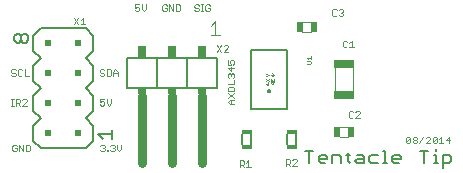
<source format=gto>
G75*
%MOIN*%
%OFA0B0*%
%FSLAX24Y24*%
%IPPOS*%
%LPD*%
%AMOC8*
5,1,8,0,0,1.08239X$1,22.5*
%
%ADD10C,0.0020*%
%ADD11C,0.0080*%
%ADD12C,0.0040*%
%ADD13R,0.0197X0.0374*%
%ADD14R,0.0669X0.0295*%
%ADD15C,0.0060*%
%ADD16C,0.0300*%
%ADD17R,0.0300X0.0200*%
%ADD18R,0.0300X0.0400*%
%ADD19R,0.0340X0.0160*%
%ADD20C,0.0050*%
%ADD21C,0.0010*%
%ADD22R,0.0200X0.0200*%
D10*
X003417Y001107D02*
X003454Y001071D01*
X003527Y001071D01*
X003564Y001107D01*
X003564Y001181D01*
X003490Y001181D01*
X003417Y001254D02*
X003417Y001107D01*
X003638Y001071D02*
X003638Y001291D01*
X003785Y001071D01*
X003785Y001291D01*
X003859Y001291D02*
X003969Y001291D01*
X004006Y001254D01*
X004006Y001107D01*
X003969Y001071D01*
X003859Y001071D01*
X003859Y001291D01*
X003564Y001254D02*
X003527Y001291D01*
X003454Y001291D01*
X003417Y001254D01*
X006348Y001254D02*
X006385Y001291D01*
X006458Y001291D01*
X006495Y001254D01*
X006495Y001217D01*
X006458Y001181D01*
X006495Y001144D01*
X006495Y001107D01*
X006458Y001071D01*
X006385Y001071D01*
X006348Y001107D01*
X006422Y001181D02*
X006458Y001181D01*
X006569Y001107D02*
X006606Y001107D01*
X006606Y001071D01*
X006569Y001071D01*
X006569Y001107D01*
X006680Y001107D02*
X006716Y001071D01*
X006790Y001071D01*
X006826Y001107D01*
X006826Y001144D01*
X006790Y001181D01*
X006753Y001181D01*
X006790Y001181D02*
X006826Y001217D01*
X006826Y001254D01*
X006790Y001291D01*
X006716Y001291D01*
X006680Y001254D01*
X006901Y001291D02*
X006901Y001144D01*
X006974Y001071D01*
X007047Y001144D01*
X007047Y001291D01*
X006627Y002592D02*
X006700Y002666D01*
X006700Y002812D01*
X006553Y002812D02*
X006553Y002666D01*
X006627Y002592D01*
X006479Y002629D02*
X006442Y002592D01*
X006369Y002592D01*
X006332Y002629D01*
X006332Y002702D02*
X006406Y002739D01*
X006442Y002739D01*
X006479Y002702D01*
X006479Y002629D01*
X006332Y002702D02*
X006332Y002812D01*
X006479Y002812D01*
X006442Y003576D02*
X006369Y003576D01*
X006332Y003613D01*
X006369Y003576D01*
X006442Y003576D01*
X006479Y003613D01*
X006479Y003650D01*
X006442Y003687D01*
X006369Y003687D01*
X006332Y003723D01*
X006332Y003760D01*
X006369Y003797D01*
X006442Y003797D01*
X006479Y003760D01*
X006442Y003797D01*
X006369Y003797D01*
X006332Y003760D01*
X006332Y003723D01*
X006369Y003687D01*
X006442Y003687D01*
X006479Y003650D01*
X006479Y003613D01*
X006442Y003576D01*
X006553Y003576D02*
X006663Y003576D01*
X006700Y003613D01*
X006700Y003760D01*
X006663Y003797D01*
X006553Y003797D01*
X006553Y003576D01*
X006663Y003576D01*
X006700Y003613D01*
X006700Y003760D01*
X006663Y003797D01*
X006553Y003797D01*
X006553Y003576D01*
X006774Y003576D02*
X006774Y003723D01*
X006848Y003797D01*
X006921Y003723D01*
X006921Y003576D01*
X006921Y003723D01*
X006848Y003797D01*
X006774Y003723D01*
X006774Y003576D01*
X006774Y003687D02*
X006921Y003687D01*
X006774Y003687D01*
X003968Y003576D02*
X003822Y003576D01*
X003822Y003797D01*
X003747Y003760D02*
X003711Y003797D01*
X003637Y003797D01*
X003601Y003760D01*
X003601Y003613D01*
X003637Y003576D01*
X003711Y003576D01*
X003747Y003613D01*
X003526Y003613D02*
X003490Y003576D01*
X003416Y003576D01*
X003380Y003613D01*
X003416Y003687D02*
X003490Y003687D01*
X003526Y003650D01*
X003526Y003613D01*
X003416Y003687D02*
X003380Y003723D01*
X003380Y003760D01*
X003416Y003797D01*
X003490Y003797D01*
X003526Y003760D01*
X003527Y002812D02*
X003637Y002812D01*
X003674Y002776D01*
X003674Y002702D01*
X003637Y002666D01*
X003527Y002666D01*
X003600Y002666D02*
X003674Y002592D01*
X003748Y002592D02*
X003895Y002739D01*
X003895Y002776D01*
X003858Y002812D01*
X003785Y002812D01*
X003748Y002776D01*
X003527Y002812D02*
X003527Y002592D01*
X003453Y002592D02*
X003380Y002592D01*
X003416Y002592D02*
X003416Y002812D01*
X003380Y002812D02*
X003453Y002812D01*
X003748Y002592D02*
X003895Y002592D01*
X010233Y004380D02*
X010380Y004600D01*
X010454Y004563D02*
X010491Y004600D01*
X010564Y004600D01*
X010601Y004563D01*
X010601Y004527D01*
X010454Y004380D01*
X010601Y004380D01*
X010380Y004380D02*
X010233Y004600D01*
X010590Y004103D02*
X010590Y003956D01*
X010700Y003956D01*
X010663Y004029D01*
X010663Y004066D01*
X010700Y004103D01*
X010773Y004103D01*
X010810Y004066D01*
X010810Y003993D01*
X010773Y003956D01*
X010700Y003882D02*
X010700Y003735D01*
X010590Y003845D01*
X010810Y003845D01*
X010773Y003661D02*
X010810Y003624D01*
X010810Y003551D01*
X010773Y003514D01*
X010810Y003440D02*
X010810Y003293D01*
X010590Y003293D01*
X010627Y003219D02*
X010590Y003182D01*
X010590Y003072D01*
X010810Y003072D01*
X010810Y003182D01*
X010773Y003219D01*
X010627Y003219D01*
X010590Y002998D02*
X010810Y002851D01*
X010810Y002777D02*
X010663Y002777D01*
X010590Y002703D01*
X010663Y002630D01*
X010810Y002630D01*
X010700Y002630D02*
X010700Y002777D01*
X010590Y002851D02*
X010810Y002998D01*
X011870Y003320D02*
X011920Y003270D01*
X011970Y003320D01*
X011920Y003370D02*
X011920Y003270D01*
X012060Y003370D02*
X012062Y003375D01*
X012066Y003379D01*
X012071Y003380D01*
X012077Y003378D01*
X012080Y003373D01*
X012080Y003367D01*
X012077Y003362D01*
X012071Y003360D01*
X012066Y003361D01*
X012062Y003365D01*
X012060Y003370D01*
X012020Y003370D02*
X012022Y003383D01*
X012027Y003396D01*
X012036Y003407D01*
X012047Y003414D01*
X012060Y003419D01*
X012073Y003420D01*
X012087Y003417D01*
X012099Y003411D01*
X012109Y003402D01*
X012116Y003390D01*
X012120Y003377D01*
X012120Y003363D01*
X012116Y003350D01*
X012109Y003338D01*
X012099Y003329D01*
X012087Y003323D01*
X012073Y003320D01*
X012060Y003321D01*
X012047Y003326D01*
X012036Y003333D01*
X012027Y003344D01*
X012022Y003357D01*
X012020Y003370D01*
X012030Y003420D02*
X012030Y003486D01*
X012047Y003486D01*
X012113Y003420D01*
X012130Y003420D01*
X012130Y003486D01*
X012070Y003570D02*
X012120Y003620D01*
X012070Y003670D01*
X012020Y003620D02*
X012120Y003620D01*
X011980Y003603D02*
X011930Y003603D01*
X011897Y003636D01*
X011880Y003636D01*
X011930Y003603D02*
X011897Y003570D01*
X011880Y003570D01*
X011880Y003486D02*
X011980Y003420D01*
X011980Y003486D02*
X011880Y003420D01*
X010773Y003661D02*
X010737Y003661D01*
X010700Y003624D01*
X010700Y003587D01*
X010700Y003624D02*
X010663Y003661D01*
X010627Y003661D01*
X010590Y003624D01*
X010590Y003551D01*
X010627Y003514D01*
X014430Y004567D02*
X014467Y004530D01*
X014540Y004530D01*
X014577Y004567D01*
X014651Y004530D02*
X014798Y004530D01*
X014724Y004530D02*
X014724Y004750D01*
X014651Y004677D01*
X014577Y004713D02*
X014540Y004750D01*
X014467Y004750D01*
X014430Y004713D01*
X014430Y004567D01*
X014411Y005580D02*
X014338Y005580D01*
X014301Y005617D01*
X014227Y005617D02*
X014190Y005580D01*
X014117Y005580D01*
X014080Y005617D01*
X014080Y005763D01*
X014117Y005800D01*
X014190Y005800D01*
X014227Y005763D01*
X014301Y005763D02*
X014338Y005800D01*
X014411Y005800D01*
X014448Y005763D01*
X014448Y005727D01*
X014411Y005690D01*
X014448Y005653D01*
X014448Y005617D01*
X014411Y005580D01*
X014411Y005690D02*
X014374Y005690D01*
X009997Y005779D02*
X009997Y005852D01*
X009924Y005852D01*
X009997Y005779D02*
X009960Y005742D01*
X009887Y005742D01*
X009850Y005779D01*
X009850Y005925D01*
X009887Y005962D01*
X009960Y005962D01*
X009997Y005925D01*
X009776Y005962D02*
X009703Y005962D01*
X009740Y005962D02*
X009740Y005742D01*
X009776Y005742D02*
X009703Y005742D01*
X009629Y005779D02*
X009592Y005742D01*
X009519Y005742D01*
X009482Y005779D01*
X009519Y005852D02*
X009592Y005852D01*
X009629Y005815D01*
X009629Y005779D01*
X009519Y005852D02*
X009482Y005889D01*
X009482Y005925D01*
X009519Y005962D01*
X009592Y005962D01*
X009629Y005925D01*
X009005Y005925D02*
X009005Y005779D01*
X008969Y005742D01*
X008859Y005742D01*
X008859Y005962D01*
X008969Y005962D01*
X009005Y005925D01*
X008784Y005962D02*
X008784Y005742D01*
X008638Y005962D01*
X008638Y005742D01*
X008563Y005779D02*
X008563Y005852D01*
X008490Y005852D01*
X008417Y005925D02*
X008417Y005779D01*
X008453Y005742D01*
X008527Y005742D01*
X008563Y005779D01*
X008563Y005925D02*
X008527Y005962D01*
X008453Y005962D01*
X008417Y005925D01*
X007865Y005962D02*
X007865Y005815D01*
X007792Y005742D01*
X007719Y005815D01*
X007719Y005962D01*
X007645Y005962D02*
X007498Y005962D01*
X007498Y005852D01*
X007571Y005889D01*
X007608Y005889D01*
X007645Y005852D01*
X007645Y005779D01*
X007608Y005742D01*
X007534Y005742D01*
X007498Y005779D01*
X005839Y005298D02*
X005692Y005298D01*
X005765Y005298D02*
X005765Y005518D01*
X005692Y005445D01*
X005618Y005518D02*
X005471Y005298D01*
X005618Y005298D02*
X005471Y005518D01*
X014630Y002363D02*
X014630Y002217D01*
X014667Y002180D01*
X014740Y002180D01*
X014777Y002217D01*
X014851Y002180D02*
X014998Y002327D01*
X014998Y002363D01*
X014961Y002400D01*
X014888Y002400D01*
X014851Y002363D01*
X014777Y002363D02*
X014740Y002400D01*
X014667Y002400D01*
X014630Y002363D01*
X014851Y002180D02*
X014998Y002180D01*
X012898Y000763D02*
X012861Y000800D01*
X012788Y000800D01*
X012751Y000763D01*
X012677Y000763D02*
X012677Y000690D01*
X012640Y000653D01*
X012530Y000653D01*
X012530Y000580D02*
X012530Y000800D01*
X012640Y000800D01*
X012677Y000763D01*
X012603Y000653D02*
X012677Y000580D01*
X012751Y000580D02*
X012898Y000727D01*
X012898Y000763D01*
X012898Y000580D02*
X012751Y000580D01*
X011356Y000540D02*
X011209Y000540D01*
X011282Y000540D02*
X011282Y000760D01*
X011209Y000687D01*
X011135Y000723D02*
X011135Y000650D01*
X011098Y000613D01*
X010988Y000613D01*
X010988Y000540D02*
X010988Y000760D01*
X011098Y000760D01*
X011135Y000723D01*
X011061Y000613D02*
X011135Y000540D01*
D11*
X013160Y001080D02*
X013440Y001080D01*
X013300Y001080D02*
X013300Y000660D01*
X013620Y000730D02*
X013620Y000870D01*
X013690Y000940D01*
X013831Y000940D01*
X013901Y000870D01*
X013901Y000800D01*
X013620Y000800D01*
X013620Y000730D02*
X013690Y000660D01*
X013831Y000660D01*
X014081Y000660D02*
X014081Y000940D01*
X014291Y000940D01*
X014361Y000870D01*
X014361Y000660D01*
X014611Y000730D02*
X014681Y000660D01*
X014611Y000730D02*
X014611Y001010D01*
X014541Y000940D02*
X014681Y000940D01*
X014918Y000940D02*
X015058Y000940D01*
X015128Y000870D01*
X015128Y000660D01*
X014918Y000660D01*
X014848Y000730D01*
X014918Y000800D01*
X015128Y000800D01*
X015308Y000730D02*
X015379Y000660D01*
X015589Y000660D01*
X015769Y000660D02*
X015909Y000660D01*
X015839Y000660D02*
X015839Y001080D01*
X015769Y001080D01*
X015589Y000940D02*
X015379Y000940D01*
X015308Y000870D01*
X015308Y000730D01*
X016076Y000730D02*
X016146Y000660D01*
X016286Y000660D01*
X016076Y000730D02*
X016076Y000870D01*
X016146Y000940D01*
X016286Y000940D01*
X016356Y000870D01*
X016356Y000800D01*
X016076Y000800D01*
X016997Y001080D02*
X017277Y001080D01*
X017137Y001080D02*
X017137Y000660D01*
X017457Y000660D02*
X017597Y000660D01*
X017527Y000660D02*
X017527Y000940D01*
X017457Y000940D01*
X017527Y001080D02*
X017527Y001150D01*
X017764Y000940D02*
X017974Y000940D01*
X018044Y000870D01*
X018044Y000730D01*
X017974Y000660D01*
X017764Y000660D01*
X017764Y000520D02*
X017764Y000940D01*
X012561Y002486D02*
X012246Y002486D01*
X011694Y002486D02*
X011379Y002486D01*
X011931Y003076D02*
X011933Y003088D01*
X011938Y003099D01*
X011947Y003108D01*
X011958Y003113D01*
X011970Y003115D01*
X011982Y003113D01*
X011993Y003108D01*
X012002Y003099D01*
X012007Y003088D01*
X012009Y003076D01*
X012007Y003064D01*
X012002Y003053D01*
X011993Y003044D01*
X011982Y003039D01*
X011970Y003037D01*
X011958Y003039D01*
X011947Y003044D01*
X011938Y003053D01*
X011933Y003064D01*
X011931Y003076D01*
X011694Y004454D02*
X011379Y004454D01*
X012246Y004454D02*
X012561Y004454D01*
D12*
X013080Y005050D02*
X013360Y005050D01*
X013360Y005385D02*
X013080Y005385D01*
X010337Y004937D02*
X010030Y004937D01*
X010183Y004937D02*
X010183Y005397D01*
X010030Y005244D01*
X014160Y003850D02*
X014160Y003090D01*
X014780Y003090D02*
X014780Y003850D01*
X014610Y001890D02*
X014330Y001890D01*
X014330Y001555D02*
X014610Y001555D01*
X016540Y001507D02*
X016540Y001373D01*
X016673Y001507D01*
X016673Y001373D01*
X016640Y001340D01*
X016573Y001340D01*
X016540Y001373D01*
X016761Y001373D02*
X016761Y001407D01*
X016794Y001440D01*
X016861Y001440D01*
X016894Y001407D01*
X016894Y001373D01*
X016861Y001340D01*
X016794Y001340D01*
X016761Y001373D01*
X016794Y001440D02*
X016761Y001473D01*
X016761Y001507D01*
X016794Y001540D01*
X016861Y001540D01*
X016894Y001507D01*
X016894Y001473D01*
X016861Y001440D01*
X016982Y001340D02*
X017115Y001540D01*
X017203Y001507D02*
X017236Y001540D01*
X017303Y001540D01*
X017336Y001507D01*
X017336Y001473D01*
X017203Y001340D01*
X017336Y001340D01*
X017424Y001373D02*
X017457Y001340D01*
X017524Y001340D01*
X017557Y001373D01*
X017557Y001507D01*
X017424Y001373D01*
X017424Y001507D01*
X017457Y001540D01*
X017524Y001540D01*
X017557Y001507D01*
X017645Y001473D02*
X017712Y001540D01*
X017712Y001340D01*
X017778Y001340D02*
X017645Y001340D01*
X017866Y001440D02*
X017999Y001440D01*
X017966Y001340D02*
X017966Y001540D01*
X017866Y001440D01*
X016673Y001507D02*
X016640Y001540D01*
X016573Y001540D01*
X016540Y001507D01*
D13*
X014698Y001722D03*
X014238Y001722D03*
X013452Y005218D03*
X012992Y005218D03*
D14*
X014470Y003992D03*
X014470Y002948D03*
D15*
X012860Y001640D02*
X012860Y001300D01*
X012580Y001300D02*
X012580Y001640D01*
X011360Y001640D02*
X011360Y001300D01*
X011080Y001300D02*
X011080Y001640D01*
X010220Y003167D02*
X009220Y003167D01*
X008220Y003167D01*
X007220Y003167D01*
X007220Y004167D01*
X008220Y004167D01*
X008220Y003167D01*
X009220Y003167D02*
X009220Y004167D01*
X008220Y004167D01*
X009220Y004167D02*
X010220Y004167D01*
X010220Y003167D01*
X006102Y003411D02*
X005852Y003161D01*
X006102Y002911D01*
X006102Y002411D01*
X005852Y002161D01*
X006102Y001911D01*
X006102Y001411D01*
X005852Y001161D01*
X004352Y001161D01*
X004102Y001411D01*
X004102Y001911D01*
X004352Y002161D01*
X004102Y002411D01*
X004102Y002911D01*
X004352Y003161D01*
X004102Y003411D01*
X004102Y003911D01*
X004352Y004161D01*
X004102Y004411D01*
X004102Y004911D01*
X004352Y005161D01*
X005852Y005161D01*
X006102Y004911D01*
X006102Y004411D01*
X005852Y004161D01*
X006102Y003911D01*
X006102Y003411D01*
D16*
X007720Y002917D02*
X007720Y000667D01*
X008720Y000667D02*
X008720Y002917D01*
X009720Y002917D02*
X009720Y000667D01*
D17*
X009720Y003067D03*
X008720Y003067D03*
X007720Y003067D03*
D18*
X007720Y004367D03*
X008720Y004367D03*
X009720Y004367D03*
D19*
X011220Y001720D03*
X011220Y001220D03*
X012720Y001220D03*
X012720Y001720D03*
D20*
X012561Y002486D02*
X011379Y002486D01*
X011379Y004454D01*
X012561Y004454D01*
X012561Y002486D01*
X006727Y001786D02*
X006727Y001486D01*
X006727Y001636D02*
X006277Y001636D01*
X006427Y001486D01*
X003852Y004686D02*
X003777Y004686D01*
X003702Y004761D01*
X003702Y004911D01*
X003777Y004986D01*
X003852Y004986D01*
X003927Y004911D01*
X003927Y004761D01*
X003852Y004686D01*
X003702Y004761D02*
X003627Y004686D01*
X003552Y004686D01*
X003477Y004761D01*
X003477Y004911D01*
X003552Y004986D01*
X003627Y004986D01*
X003702Y004911D01*
D21*
X013219Y004178D02*
X013369Y004178D01*
X013369Y004128D02*
X013369Y004228D01*
X013269Y004128D02*
X013219Y004178D01*
X013219Y004080D02*
X013344Y004080D01*
X013369Y004055D01*
X013369Y004005D01*
X013344Y003980D01*
X013219Y003980D01*
D22*
X005602Y003661D03*
X004602Y003661D03*
X004602Y002661D03*
X005602Y002661D03*
X005602Y001661D03*
X004602Y001661D03*
X004602Y004661D03*
X005602Y004661D03*
M02*

</source>
